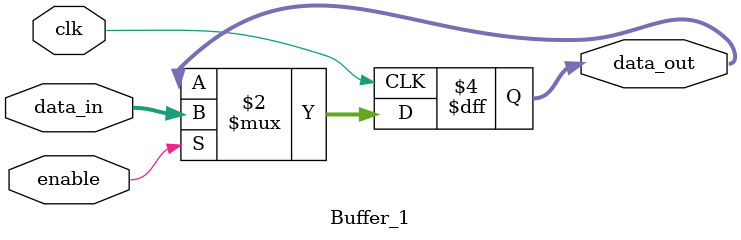
<source format=v>
`timescale 1ns/1ns

module Buffer_1(
    input wire clk,
    input wire enable,
    input wire [31:0] data_in,
    output reg [31:0] data_out
);
    always @(posedge clk) begin
        if (enable)
            data_out <= data_in;
        // Si enable=0 mantiene el dato anterior
    end
endmodule


</source>
